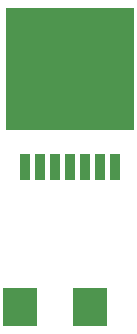
<source format=gbr>
%TF.GenerationSoftware,KiCad,Pcbnew,8.0.1-rc1*%
%TF.CreationDate,2024-10-01T19:15:30-07:00*%
%TF.ProjectId,LM2670SX-Carrier-SMD-inductor,4c4d3236-3730-4535-982d-436172726965,rev?*%
%TF.SameCoordinates,Original*%
%TF.FileFunction,Paste,Top*%
%TF.FilePolarity,Positive*%
%FSLAX46Y46*%
G04 Gerber Fmt 4.6, Leading zero omitted, Abs format (unit mm)*
G04 Created by KiCad (PCBNEW 8.0.1-rc1) date 2024-10-01 19:15:30*
%MOMM*%
%LPD*%
G01*
G04 APERTURE LIST*
%ADD10R,2.850000X3.300000*%
%ADD11R,0.910000X2.160000*%
%ADD12R,10.800000X10.410000*%
G04 APERTURE END LIST*
D10*
%TO.C,L2*%
X173586822Y-110983767D03*
X179536822Y-110983767D03*
%TD*%
D11*
%TO.C,IC1*%
X173990000Y-99210000D03*
X175260000Y-99210000D03*
X176530000Y-99210000D03*
X177800000Y-99210000D03*
X179070000Y-99210000D03*
X180340000Y-99210000D03*
X181610000Y-99210000D03*
D12*
X177800000Y-90890000D03*
%TD*%
M02*

</source>
